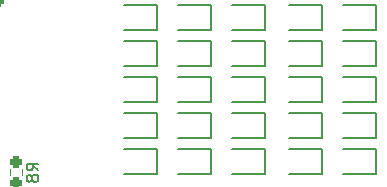
<source format=gbo>
G04 #@! TF.GenerationSoftware,KiCad,Pcbnew,(6.0.1)*
G04 #@! TF.CreationDate,2022-12-28T16:36:34-06:00*
G04 #@! TF.ProjectId,AIL,41494c2e-6b69-4636-9164-5f7063625858,rev?*
G04 #@! TF.SameCoordinates,Original*
G04 #@! TF.FileFunction,Legend,Bot*
G04 #@! TF.FilePolarity,Positive*
%FSLAX46Y46*%
G04 Gerber Fmt 4.6, Leading zero omitted, Abs format (unit mm)*
G04 Created by KiCad (PCBNEW (6.0.1)) date 2022-12-28 16:36:34*
%MOMM*%
%LPD*%
G01*
G04 APERTURE LIST*
G04 Aperture macros list*
%AMRoundRect*
0 Rectangle with rounded corners*
0 $1 Rounding radius*
0 $2 $3 $4 $5 $6 $7 $8 $9 X,Y pos of 4 corners*
0 Add a 4 corners polygon primitive as box body*
4,1,4,$2,$3,$4,$5,$6,$7,$8,$9,$2,$3,0*
0 Add four circle primitives for the rounded corners*
1,1,$1+$1,$2,$3*
1,1,$1+$1,$4,$5*
1,1,$1+$1,$6,$7*
1,1,$1+$1,$8,$9*
0 Add four rect primitives between the rounded corners*
20,1,$1+$1,$2,$3,$4,$5,0*
20,1,$1+$1,$4,$5,$6,$7,0*
20,1,$1+$1,$6,$7,$8,$9,0*
20,1,$1+$1,$8,$9,$2,$3,0*%
G04 Aperture macros list end*
%ADD10C,0.150000*%
%ADD11C,0.200000*%
%ADD12C,0.120000*%
%ADD13C,3.000000*%
%ADD14RoundRect,0.250001X0.499999X-0.499999X0.499999X0.499999X-0.499999X0.499999X-0.499999X-0.499999X0*%
%ADD15C,1.500000*%
%ADD16R,2.115000X2.115000*%
%ADD17C,2.115000*%
%ADD18R,0.800000X1.400000*%
%ADD19RoundRect,0.237500X0.237500X-0.250000X0.237500X0.250000X-0.237500X0.250000X-0.237500X-0.250000X0*%
G04 APERTURE END LIST*
D10*
X133452380Y-96013333D02*
X132976190Y-95680000D01*
X133452380Y-95441904D02*
X132452380Y-95441904D01*
X132452380Y-95822857D01*
X132500000Y-95918095D01*
X132547619Y-95965714D01*
X132642857Y-96013333D01*
X132785714Y-96013333D01*
X132880952Y-95965714D01*
X132928571Y-95918095D01*
X132976190Y-95822857D01*
X132976190Y-95441904D01*
X132880952Y-96584761D02*
X132833333Y-96489523D01*
X132785714Y-96441904D01*
X132690476Y-96394285D01*
X132642857Y-96394285D01*
X132547619Y-96441904D01*
X132500000Y-96489523D01*
X132452380Y-96584761D01*
X132452380Y-96775238D01*
X132500000Y-96870476D01*
X132547619Y-96918095D01*
X132642857Y-96965714D01*
X132690476Y-96965714D01*
X132785714Y-96918095D01*
X132833333Y-96870476D01*
X132880952Y-96775238D01*
X132880952Y-96584761D01*
X132928571Y-96489523D01*
X132976190Y-96441904D01*
X133071428Y-96394285D01*
X133261904Y-96394285D01*
X133357142Y-96441904D01*
X133404761Y-96489523D01*
X133452380Y-96584761D01*
X133452380Y-96775238D01*
X133404761Y-96870476D01*
X133357142Y-96918095D01*
X133261904Y-96965714D01*
X133071428Y-96965714D01*
X132976190Y-96918095D01*
X132928571Y-96870476D01*
X132880952Y-96775238D01*
D11*
X162074000Y-96300000D02*
X159224000Y-96300000D01*
X159224000Y-94200000D02*
X162074000Y-94200000D01*
X162074000Y-94200000D02*
X162074000Y-96300000D01*
X157502000Y-91152000D02*
X157502000Y-93252000D01*
X157502000Y-93252000D02*
X154652000Y-93252000D01*
X154652000Y-91152000D02*
X157502000Y-91152000D01*
X159224000Y-82008000D02*
X162074000Y-82008000D01*
X162074000Y-84108000D02*
X159224000Y-84108000D01*
X162074000Y-82008000D02*
X162074000Y-84108000D01*
X149826000Y-94200000D02*
X152676000Y-94200000D01*
X152676000Y-94200000D02*
X152676000Y-96300000D01*
X152676000Y-96300000D02*
X149826000Y-96300000D01*
X148104000Y-87156000D02*
X145254000Y-87156000D01*
X148104000Y-85056000D02*
X148104000Y-87156000D01*
X145254000Y-85056000D02*
X148104000Y-85056000D01*
X143532000Y-82008000D02*
X143532000Y-84108000D01*
X140682000Y-82008000D02*
X143532000Y-82008000D01*
X143532000Y-84108000D02*
X140682000Y-84108000D01*
X152676000Y-90204000D02*
X149826000Y-90204000D01*
X149826000Y-88104000D02*
X152676000Y-88104000D01*
X152676000Y-88104000D02*
X152676000Y-90204000D01*
X149826000Y-91152000D02*
X152676000Y-91152000D01*
X152676000Y-93252000D02*
X149826000Y-93252000D01*
X152676000Y-91152000D02*
X152676000Y-93252000D01*
X140682000Y-91152000D02*
X143532000Y-91152000D01*
X143532000Y-91152000D02*
X143532000Y-93252000D01*
X143532000Y-93252000D02*
X140682000Y-93252000D01*
X148104000Y-84108000D02*
X145254000Y-84108000D01*
X145254000Y-82008000D02*
X148104000Y-82008000D01*
X148104000Y-82008000D02*
X148104000Y-84108000D01*
X148104000Y-94200000D02*
X148104000Y-96300000D01*
X145254000Y-94200000D02*
X148104000Y-94200000D01*
X148104000Y-96300000D02*
X145254000Y-96300000D01*
X143532000Y-96300000D02*
X140682000Y-96300000D01*
X140682000Y-94200000D02*
X143532000Y-94200000D01*
X143532000Y-94200000D02*
X143532000Y-96300000D01*
X149826000Y-82008000D02*
X152676000Y-82008000D01*
X152676000Y-84108000D02*
X149826000Y-84108000D01*
X152676000Y-82008000D02*
X152676000Y-84108000D01*
X140682000Y-85056000D02*
X143532000Y-85056000D01*
X143532000Y-87156000D02*
X140682000Y-87156000D01*
X143532000Y-85056000D02*
X143532000Y-87156000D01*
D12*
X132092500Y-96434724D02*
X132092500Y-95925276D01*
X131047500Y-96434724D02*
X131047500Y-95925276D01*
D11*
X143532000Y-88104000D02*
X143532000Y-90204000D01*
X140682000Y-88104000D02*
X143532000Y-88104000D01*
X143532000Y-90204000D02*
X140682000Y-90204000D01*
X162074000Y-88104000D02*
X162074000Y-90204000D01*
X159224000Y-88104000D02*
X162074000Y-88104000D01*
X162074000Y-90204000D02*
X159224000Y-90204000D01*
X159224000Y-85056000D02*
X162074000Y-85056000D01*
X162074000Y-87156000D02*
X159224000Y-87156000D01*
X162074000Y-85056000D02*
X162074000Y-87156000D01*
X149826000Y-85056000D02*
X152676000Y-85056000D01*
X152676000Y-87156000D02*
X149826000Y-87156000D01*
X152676000Y-85056000D02*
X152676000Y-87156000D01*
X154652000Y-88104000D02*
X157502000Y-88104000D01*
X157502000Y-90204000D02*
X154652000Y-90204000D01*
X157502000Y-88104000D02*
X157502000Y-90204000D01*
X148104000Y-91152000D02*
X148104000Y-93252000D01*
X148104000Y-93252000D02*
X145254000Y-93252000D01*
X145254000Y-91152000D02*
X148104000Y-91152000D01*
X148104000Y-90204000D02*
X145254000Y-90204000D01*
X148104000Y-88104000D02*
X148104000Y-90204000D01*
X145254000Y-88104000D02*
X148104000Y-88104000D01*
X154652000Y-85056000D02*
X157502000Y-85056000D01*
X157502000Y-87156000D02*
X154652000Y-87156000D01*
X157502000Y-85056000D02*
X157502000Y-87156000D01*
X159224000Y-91152000D02*
X162074000Y-91152000D01*
X162074000Y-93252000D02*
X159224000Y-93252000D01*
X162074000Y-91152000D02*
X162074000Y-93252000D01*
X157502000Y-96300000D02*
X154652000Y-96300000D01*
X157502000Y-94200000D02*
X157502000Y-96300000D01*
X154652000Y-94200000D02*
X157502000Y-94200000D01*
X157502000Y-84108000D02*
X154652000Y-84108000D01*
X154652000Y-82008000D02*
X157502000Y-82008000D01*
X157502000Y-82008000D02*
X157502000Y-84108000D01*
%LPC*%
D13*
X125448445Y-81439445D03*
D14*
X129768445Y-81439445D03*
D15*
X132768445Y-81439445D03*
D13*
X128000000Y-106000000D03*
X179000000Y-106000000D03*
X179000000Y-78000000D03*
D16*
X145118445Y-103604445D03*
D17*
X140038445Y-103604445D03*
D18*
X161324000Y-95250000D03*
X159224000Y-95250000D03*
X156752000Y-92202000D03*
X154652000Y-92202000D03*
X161324000Y-83058000D03*
X159224000Y-83058000D03*
X151926000Y-95250000D03*
X149826000Y-95250000D03*
X147354000Y-86106000D03*
X145254000Y-86106000D03*
X142782000Y-83058000D03*
X140682000Y-83058000D03*
X151926000Y-89154000D03*
X149826000Y-89154000D03*
X151926000Y-92202000D03*
X149826000Y-92202000D03*
X142782000Y-92202000D03*
X140682000Y-92202000D03*
X147354000Y-83058000D03*
X145254000Y-83058000D03*
X147354000Y-95250000D03*
X145254000Y-95250000D03*
X142782000Y-95250000D03*
X140682000Y-95250000D03*
X151926000Y-83058000D03*
X149826000Y-83058000D03*
X142782000Y-86106000D03*
X140682000Y-86106000D03*
D19*
X131570000Y-97092500D03*
X131570000Y-95267500D03*
D18*
X142782000Y-89154000D03*
X140682000Y-89154000D03*
X161324000Y-89154000D03*
X159224000Y-89154000D03*
X161324000Y-86106000D03*
X159224000Y-86106000D03*
X151926000Y-86106000D03*
X149826000Y-86106000D03*
X156752000Y-89154000D03*
X154652000Y-89154000D03*
X147354000Y-92202000D03*
X145254000Y-92202000D03*
X147354000Y-89154000D03*
X145254000Y-89154000D03*
X156752000Y-86106000D03*
X154652000Y-86106000D03*
X161324000Y-92202000D03*
X159224000Y-92202000D03*
X156752000Y-95250000D03*
X154652000Y-95250000D03*
X156752000Y-83058000D03*
X154652000Y-83058000D03*
M02*

</source>
